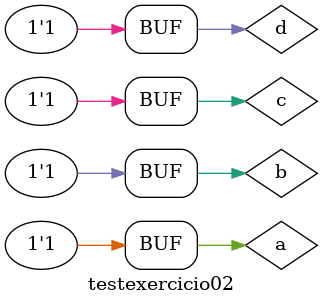
<source format=v>



module exercicio02 (s, a, b, c, d);

input a, b, c, d;
output s;

and AND1 (s1, ~a, ~b, ~d);
and AND2 (s2, ~a, ~c, ~d);
and AND3 (s3, a, ~b, ~c);
and AND4 (s4, a, ~b, d);
and AND5 (s5, a, ~c, d);
or OR1 (s, s1, s2, s3, s4, s5);

endmodule

//--------------------------------
//------ TESTE DO EXERCICIO 02
//--------------------------------

module testexercicio02;

reg a, b, c, d;
wire s;

exercicio02 EX2 (s, a, b, c, d);


initial begin

$display ("Bruno Santiago Pinheiro");
$display ("Matricula: 405792");
$display ("Simplificacao do circuito dado no exercicio02 guia08");
$display ("a b c d = s");

#1 a=0; b=0; c=0; d=0;

$monitor ("%b %b %b %b = %b",a, b, c, d, s);

#1 a=0; b=0; c=0; d=1;
#1 a=0; b=0; c=1; d=0;
#1 a=0; b=0; c=1; d=1;
#1 a=0; b=1; c=0; d=0;
#1 a=0; b=1; c=0; d=1;
#1 a=0; b=1; c=1; d=0;
#1 a=0; b=1; c=1; d=1;
#1 a=1; b=0; c=0; d=0;
#1 a=1; b=0; c=0; d=1;
#1 a=1; b=0; c=1; d=0;
#1 a=1; b=0; c=1; d=1;
#1 a=1; b=1; c=0; d=0;
#1 a=1; b=1; c=0; d=1;
#1 a=1; b=1; c=1; d=0;
#1 a=1; b=1; c=1; d=1;



end
endmodule

//-- Exercicio feito no ConTEXT, não consegui copiar o teste feito.
</source>
